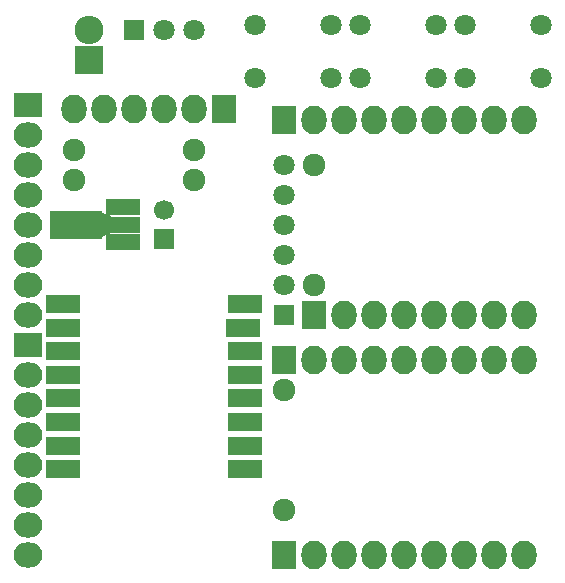
<source format=gbs>
G04 #@! TF.FileFunction,Soldermask,Bot*
%FSLAX46Y46*%
G04 Gerber Fmt 4.6, Leading zero omitted, Abs format (unit mm)*
G04 Created by KiCad (PCBNEW 4.0.2-stable) date Friday, August 05, 2016 'pmt' 09:57:19 pm*
%MOMM*%
G01*
G04 APERTURE LIST*
%ADD10C,0.100000*%
%ADD11C,1.924000*%
%ADD12R,2.127200X2.432000*%
%ADD13O,2.127200X2.432000*%
%ADD14R,1.700000X1.700000*%
%ADD15C,1.700000*%
%ADD16R,2.432000X2.127200*%
%ADD17O,2.432000X2.127200*%
%ADD18R,2.432000X2.432000*%
%ADD19O,2.432000X2.432000*%
%ADD20R,1.797000X1.797000*%
%ADD21C,1.797000*%
%ADD22R,2.901900X1.400760*%
%ADD23R,4.400500X2.398980*%
%ADD24R,2.900000X1.500000*%
G04 APERTURE END LIST*
D10*
D11*
X23520400Y-29146500D03*
X33680400Y-29146500D03*
D12*
X36195000Y-23177500D03*
D13*
X33655000Y-23177500D03*
X31115000Y-23177500D03*
X28575000Y-23177500D03*
X26035000Y-23177500D03*
X23495000Y-23177500D03*
D11*
X43815000Y-38036500D03*
X43815000Y-27876500D03*
D14*
X31115000Y-34186500D03*
D15*
X31115000Y-31686500D03*
D16*
X19583400Y-22796500D03*
D17*
X19583400Y-25336500D03*
X19583400Y-27876500D03*
X19583400Y-30416500D03*
X19583400Y-32956500D03*
X19583400Y-35496500D03*
X19583400Y-38036500D03*
X19583400Y-40576500D03*
D16*
X19583400Y-43116500D03*
D17*
X19583400Y-45656500D03*
X19583400Y-48196500D03*
X19583400Y-50736500D03*
X19583400Y-53276500D03*
X19583400Y-55816500D03*
X19583400Y-58356500D03*
X19583400Y-60896500D03*
D18*
X24790400Y-18986500D03*
D19*
X24790400Y-16446500D03*
D12*
X41275000Y-24066500D03*
D13*
X43815000Y-24066500D03*
X46355000Y-24066500D03*
X48895000Y-24066500D03*
X51435000Y-24066500D03*
X53975000Y-24066500D03*
X56515000Y-24066500D03*
X59055000Y-24066500D03*
X61595000Y-24066500D03*
D12*
X43815000Y-40576500D03*
D13*
X46355000Y-40576500D03*
X48895000Y-40576500D03*
X51435000Y-40576500D03*
X53975000Y-40576500D03*
X56515000Y-40576500D03*
X59055000Y-40576500D03*
X61595000Y-40576500D03*
D12*
X41275000Y-44386500D03*
D13*
X43815000Y-44386500D03*
X46355000Y-44386500D03*
X48895000Y-44386500D03*
X51435000Y-44386500D03*
X53975000Y-44386500D03*
X56515000Y-44386500D03*
X59055000Y-44386500D03*
X61595000Y-44386500D03*
D12*
X41275000Y-60896500D03*
D13*
X43815000Y-60896500D03*
X46355000Y-60896500D03*
X48895000Y-60896500D03*
X51435000Y-60896500D03*
X53975000Y-60896500D03*
X56515000Y-60896500D03*
X59055000Y-60896500D03*
X61595000Y-60896500D03*
D11*
X41275000Y-46926500D03*
X41275000Y-57086500D03*
X23520400Y-26606500D03*
X33680400Y-26606500D03*
D20*
X41275000Y-40576500D03*
D21*
X41275000Y-38036500D03*
X41275000Y-35496500D03*
X41275000Y-32956500D03*
X41275000Y-30416500D03*
X41275000Y-27876500D03*
D20*
X28600400Y-16446500D03*
D21*
X31140400Y-16446500D03*
X33680400Y-16446500D03*
D22*
X27637740Y-31455360D03*
X27637740Y-32956500D03*
X27637740Y-34457640D03*
D23*
X23685500Y-32956500D03*
D10*
G36*
X26609650Y-33656880D02*
X25460350Y-34157260D01*
X25460350Y-31755740D01*
X26609650Y-32256120D01*
X26609650Y-33656880D01*
X26609650Y-33656880D01*
G37*
D24*
X22541000Y-53657500D03*
X22541000Y-51657500D03*
X22541000Y-49657500D03*
X22541000Y-47657500D03*
X22541000Y-45657500D03*
X22541000Y-43657500D03*
X22541000Y-41657500D03*
X22541000Y-39657500D03*
X37941000Y-39657500D03*
X37841000Y-41657500D03*
X37941000Y-43657500D03*
X37941000Y-45657500D03*
X37941000Y-47657500D03*
X37941000Y-49657500D03*
X37941000Y-51657500D03*
X37941000Y-53657500D03*
D21*
X54165500Y-16010500D03*
X54165500Y-20510500D03*
X47665500Y-16010500D03*
X47665500Y-20510500D03*
X63055500Y-16010500D03*
X63055500Y-20510500D03*
X56555500Y-16010500D03*
X56555500Y-20510500D03*
X45275500Y-16010500D03*
X45275500Y-20510500D03*
X38775500Y-16010500D03*
X38775500Y-20510500D03*
M02*

</source>
